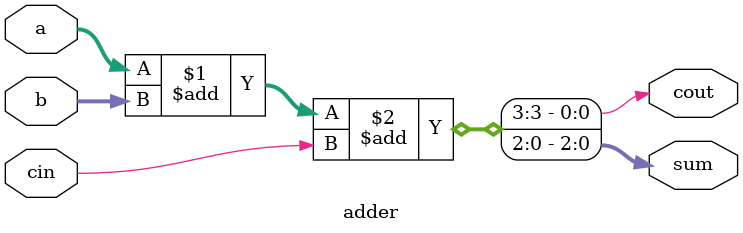
<source format=v>
module adder(cout,sum,a,b,cin);
	input [2:0] a,b;
	input cin;
	output [2:0] sum;
	output cout;
		assign {cout,sum} = a + b + cin;

endmodule

</source>
